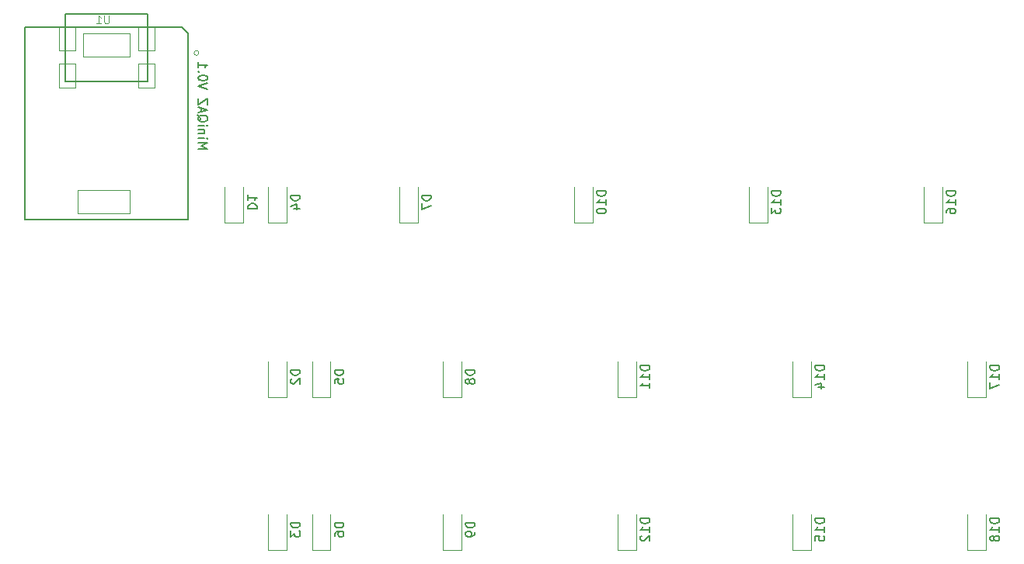
<source format=gbr>
%TF.GenerationSoftware,KiCad,Pcbnew,5.1.9*%
%TF.CreationDate,2021-04-22T00:58:07+02:00*%
%TF.ProjectId,miniqaz,6d696e69-7161-47a2-9e6b-696361645f70,rev?*%
%TF.SameCoordinates,Original*%
%TF.FileFunction,Legend,Bot*%
%TF.FilePolarity,Positive*%
%FSLAX46Y46*%
G04 Gerber Fmt 4.6, Leading zero omitted, Abs format (unit mm)*
G04 Created by KiCad (PCBNEW 5.1.9) date 2021-04-22 00:58:07*
%MOMM*%
%LPD*%
G01*
G04 APERTURE LIST*
%ADD10C,0.200000*%
%ADD11C,0.120000*%
%ADD12C,0.066040*%
%ADD13C,0.127000*%
%ADD14C,0.100000*%
%ADD15C,0.150000*%
%ADD16C,0.101600*%
G04 APERTURE END LIST*
D10*
X152897619Y-81671726D02*
X153897619Y-81671726D01*
X153183333Y-81338392D01*
X153897619Y-81005059D01*
X152897619Y-81005059D01*
X152897619Y-80528869D02*
X153564285Y-80528869D01*
X153897619Y-80528869D02*
X153850000Y-80576488D01*
X153802380Y-80528869D01*
X153850000Y-80481250D01*
X153897619Y-80528869D01*
X153802380Y-80528869D01*
X153564285Y-80052678D02*
X152897619Y-80052678D01*
X153469047Y-80052678D02*
X153516666Y-80005059D01*
X153564285Y-79909821D01*
X153564285Y-79766964D01*
X153516666Y-79671726D01*
X153421428Y-79624107D01*
X152897619Y-79624107D01*
X152897619Y-79147916D02*
X153564285Y-79147916D01*
X153897619Y-79147916D02*
X153850000Y-79195535D01*
X153802380Y-79147916D01*
X153850000Y-79100297D01*
X153897619Y-79147916D01*
X153802380Y-79147916D01*
X152802380Y-78005059D02*
X152850000Y-78100297D01*
X152945238Y-78195535D01*
X153088095Y-78338392D01*
X153135714Y-78433630D01*
X153135714Y-78528869D01*
X152897619Y-78481250D02*
X152945238Y-78576488D01*
X153040476Y-78671726D01*
X153230952Y-78719345D01*
X153564285Y-78719345D01*
X153754761Y-78671726D01*
X153850000Y-78576488D01*
X153897619Y-78481250D01*
X153897619Y-78290773D01*
X153850000Y-78195535D01*
X153754761Y-78100297D01*
X153564285Y-78052678D01*
X153230952Y-78052678D01*
X153040476Y-78100297D01*
X152945238Y-78195535D01*
X152897619Y-78290773D01*
X152897619Y-78481250D01*
X153183333Y-77671726D02*
X153183333Y-77195535D01*
X152897619Y-77766964D02*
X153897619Y-77433630D01*
X152897619Y-77100297D01*
X153897619Y-76862202D02*
X153897619Y-76195535D01*
X152897619Y-76862202D01*
X152897619Y-76195535D01*
X153897619Y-75195535D02*
X152897619Y-74862202D01*
X153897619Y-74528869D01*
X153897619Y-74005059D02*
X153897619Y-73909821D01*
X153850000Y-73814583D01*
X153802380Y-73766964D01*
X153707142Y-73719345D01*
X153516666Y-73671726D01*
X153278571Y-73671726D01*
X153088095Y-73719345D01*
X152992857Y-73766964D01*
X152945238Y-73814583D01*
X152897619Y-73909821D01*
X152897619Y-74005059D01*
X152945238Y-74100297D01*
X152992857Y-74147916D01*
X153088095Y-74195535D01*
X153278571Y-74243154D01*
X153516666Y-74243154D01*
X153707142Y-74195535D01*
X153802380Y-74147916D01*
X153850000Y-74100297D01*
X153897619Y-74005059D01*
X152992857Y-73243154D02*
X152945238Y-73195535D01*
X152897619Y-73243154D01*
X152945238Y-73290773D01*
X152992857Y-73243154D01*
X152897619Y-73243154D01*
X152897619Y-72243154D02*
X152897619Y-72814583D01*
X152897619Y-72528869D02*
X153897619Y-72528869D01*
X153754761Y-72624107D01*
X153659523Y-72719345D01*
X153611904Y-72814583D01*
D11*
%TO.C,D1*%
X157762500Y-89756250D02*
X157762500Y-85856250D01*
X155762500Y-89756250D02*
X155762500Y-85856250D01*
X157762500Y-89756250D02*
X155762500Y-89756250D01*
D12*
%TO.C,U1*%
X145450000Y-71620000D02*
X140370000Y-71620000D01*
X140370000Y-71620000D02*
X140370000Y-69080000D01*
X145450000Y-69080000D02*
X140370000Y-69080000D01*
X145450000Y-71620000D02*
X145450000Y-69080000D01*
X145450000Y-88765000D02*
X139735000Y-88765000D01*
X139735000Y-88765000D02*
X139735000Y-86225000D01*
X145450000Y-86225000D02*
X139735000Y-86225000D01*
X145450000Y-88765000D02*
X145450000Y-86225000D01*
X148117000Y-70985000D02*
X146339000Y-70985000D01*
X146339000Y-70985000D02*
X146339000Y-68318000D01*
X148117000Y-68318000D02*
X146339000Y-68318000D01*
X148117000Y-70985000D02*
X148117000Y-68318000D01*
X148117000Y-75051540D02*
X146339000Y-75051540D01*
X146339000Y-75051540D02*
X146339000Y-72382000D01*
X148117000Y-72382000D02*
X146339000Y-72382000D01*
X148117000Y-75051540D02*
X148117000Y-72382000D01*
X139481000Y-75051540D02*
X137703000Y-75051540D01*
X137703000Y-75051540D02*
X137703000Y-72382000D01*
X139481000Y-72382000D02*
X137703000Y-72382000D01*
X139481000Y-75051540D02*
X139481000Y-72382000D01*
X139481000Y-70985000D02*
X137703000Y-70985000D01*
X137703000Y-70985000D02*
X137703000Y-68318000D01*
X139481000Y-68318000D02*
X137703000Y-68318000D01*
X139481000Y-70985000D02*
X139481000Y-68318000D01*
D13*
X151800000Y-89400000D02*
X134002220Y-89400000D01*
X134002220Y-89400000D02*
X134002220Y-68401820D01*
X134002220Y-68401820D02*
X151129440Y-68401820D01*
X151129440Y-68401820D02*
X151800000Y-69072380D01*
X151800000Y-69072380D02*
X151800000Y-89400000D01*
X147400720Y-66976880D02*
X138406580Y-66976880D01*
X138406580Y-66976880D02*
X138406580Y-74330180D01*
X138406580Y-74330180D02*
X147405800Y-74330180D01*
X147405800Y-74330180D02*
X147405800Y-66976880D01*
D14*
X152943000Y-71239000D02*
G75*
G03*
X152943000Y-71239000I-254000J0D01*
G01*
D11*
%TO.C,D18*%
X238725000Y-125475000D02*
X238725000Y-121575000D01*
X236725000Y-125475000D02*
X236725000Y-121575000D01*
X238725000Y-125475000D02*
X236725000Y-125475000D01*
%TO.C,D17*%
X238725000Y-108806250D02*
X238725000Y-104906250D01*
X236725000Y-108806250D02*
X236725000Y-104906250D01*
X238725000Y-108806250D02*
X236725000Y-108806250D01*
%TO.C,D16*%
X233962500Y-89756250D02*
X233962500Y-85856250D01*
X231962500Y-89756250D02*
X231962500Y-85856250D01*
X233962500Y-89756250D02*
X231962500Y-89756250D01*
%TO.C,D15*%
X219675000Y-125475000D02*
X219675000Y-121575000D01*
X217675000Y-125475000D02*
X217675000Y-121575000D01*
X219675000Y-125475000D02*
X217675000Y-125475000D01*
%TO.C,D14*%
X219675000Y-108806250D02*
X219675000Y-104906250D01*
X217675000Y-108806250D02*
X217675000Y-104906250D01*
X219675000Y-108806250D02*
X217675000Y-108806250D01*
%TO.C,D13*%
X214912500Y-89756250D02*
X214912500Y-85856250D01*
X212912500Y-89756250D02*
X212912500Y-85856250D01*
X214912500Y-89756250D02*
X212912500Y-89756250D01*
%TO.C,D12*%
X200625000Y-125475000D02*
X200625000Y-121575000D01*
X198625000Y-125475000D02*
X198625000Y-121575000D01*
X200625000Y-125475000D02*
X198625000Y-125475000D01*
%TO.C,D11*%
X200625000Y-108806250D02*
X200625000Y-104906250D01*
X198625000Y-108806250D02*
X198625000Y-104906250D01*
X200625000Y-108806250D02*
X198625000Y-108806250D01*
%TO.C,D10*%
X195862500Y-89756250D02*
X195862500Y-85856250D01*
X193862500Y-89756250D02*
X193862500Y-85856250D01*
X195862500Y-89756250D02*
X193862500Y-89756250D01*
%TO.C,D9*%
X181575000Y-125475000D02*
X181575000Y-121575000D01*
X179575000Y-125475000D02*
X179575000Y-121575000D01*
X181575000Y-125475000D02*
X179575000Y-125475000D01*
%TO.C,D8*%
X181575000Y-108806250D02*
X181575000Y-104906250D01*
X179575000Y-108806250D02*
X179575000Y-104906250D01*
X181575000Y-108806250D02*
X179575000Y-108806250D01*
%TO.C,D7*%
X176812500Y-89756250D02*
X176812500Y-85856250D01*
X174812500Y-89756250D02*
X174812500Y-85856250D01*
X176812500Y-89756250D02*
X174812500Y-89756250D01*
%TO.C,D6*%
X167287500Y-125475000D02*
X167287500Y-121575000D01*
X165287500Y-125475000D02*
X165287500Y-121575000D01*
X167287500Y-125475000D02*
X165287500Y-125475000D01*
%TO.C,D5*%
X167287500Y-108806250D02*
X167287500Y-104906250D01*
X165287500Y-108806250D02*
X165287500Y-104906250D01*
X167287500Y-108806250D02*
X165287500Y-108806250D01*
%TO.C,D4*%
X162525000Y-89756250D02*
X162525000Y-85856250D01*
X160525000Y-89756250D02*
X160525000Y-85856250D01*
X162525000Y-89756250D02*
X160525000Y-89756250D01*
%TO.C,D3*%
X162525000Y-125475000D02*
X162525000Y-121575000D01*
X160525000Y-125475000D02*
X160525000Y-121575000D01*
X162525000Y-125475000D02*
X160525000Y-125475000D01*
%TO.C,D2*%
X162525000Y-108806250D02*
X162525000Y-104906250D01*
X160525000Y-108806250D02*
X160525000Y-104906250D01*
X162525000Y-108806250D02*
X160525000Y-108806250D01*
%TO.C,D1*%
D15*
X158310119Y-88244345D02*
X159310119Y-88244345D01*
X159310119Y-88006250D01*
X159262500Y-87863392D01*
X159167261Y-87768154D01*
X159072023Y-87720535D01*
X158881547Y-87672916D01*
X158738690Y-87672916D01*
X158548214Y-87720535D01*
X158452976Y-87768154D01*
X158357738Y-87863392D01*
X158310119Y-88006250D01*
X158310119Y-88244345D01*
X158310119Y-86720535D02*
X158310119Y-87291964D01*
X158310119Y-87006250D02*
X159310119Y-87006250D01*
X159167261Y-87101488D01*
X159072023Y-87196726D01*
X159024404Y-87291964D01*
%TO.C,U1*%
D16*
X143142833Y-67132666D02*
X143142833Y-67852333D01*
X143100500Y-67937000D01*
X143058166Y-67979333D01*
X142973500Y-68021666D01*
X142804166Y-68021666D01*
X142719500Y-67979333D01*
X142677166Y-67937000D01*
X142634833Y-67852333D01*
X142634833Y-67132666D01*
X141745833Y-68021666D02*
X142253833Y-68021666D01*
X141999833Y-68021666D02*
X141999833Y-67132666D01*
X142084500Y-67259666D01*
X142169166Y-67344333D01*
X142253833Y-67386666D01*
%TO.C,D18*%
D15*
X240177380Y-122010714D02*
X239177380Y-122010714D01*
X239177380Y-122248809D01*
X239225000Y-122391666D01*
X239320238Y-122486904D01*
X239415476Y-122534523D01*
X239605952Y-122582142D01*
X239748809Y-122582142D01*
X239939285Y-122534523D01*
X240034523Y-122486904D01*
X240129761Y-122391666D01*
X240177380Y-122248809D01*
X240177380Y-122010714D01*
X240177380Y-123534523D02*
X240177380Y-122963095D01*
X240177380Y-123248809D02*
X239177380Y-123248809D01*
X239320238Y-123153571D01*
X239415476Y-123058333D01*
X239463095Y-122963095D01*
X239605952Y-124105952D02*
X239558333Y-124010714D01*
X239510714Y-123963095D01*
X239415476Y-123915476D01*
X239367857Y-123915476D01*
X239272619Y-123963095D01*
X239225000Y-124010714D01*
X239177380Y-124105952D01*
X239177380Y-124296428D01*
X239225000Y-124391666D01*
X239272619Y-124439285D01*
X239367857Y-124486904D01*
X239415476Y-124486904D01*
X239510714Y-124439285D01*
X239558333Y-124391666D01*
X239605952Y-124296428D01*
X239605952Y-124105952D01*
X239653571Y-124010714D01*
X239701190Y-123963095D01*
X239796428Y-123915476D01*
X239986904Y-123915476D01*
X240082142Y-123963095D01*
X240129761Y-124010714D01*
X240177380Y-124105952D01*
X240177380Y-124296428D01*
X240129761Y-124391666D01*
X240082142Y-124439285D01*
X239986904Y-124486904D01*
X239796428Y-124486904D01*
X239701190Y-124439285D01*
X239653571Y-124391666D01*
X239605952Y-124296428D01*
%TO.C,D17*%
X240177380Y-105341964D02*
X239177380Y-105341964D01*
X239177380Y-105580059D01*
X239225000Y-105722916D01*
X239320238Y-105818154D01*
X239415476Y-105865773D01*
X239605952Y-105913392D01*
X239748809Y-105913392D01*
X239939285Y-105865773D01*
X240034523Y-105818154D01*
X240129761Y-105722916D01*
X240177380Y-105580059D01*
X240177380Y-105341964D01*
X240177380Y-106865773D02*
X240177380Y-106294345D01*
X240177380Y-106580059D02*
X239177380Y-106580059D01*
X239320238Y-106484821D01*
X239415476Y-106389583D01*
X239463095Y-106294345D01*
X239177380Y-107199107D02*
X239177380Y-107865773D01*
X240177380Y-107437202D01*
%TO.C,D16*%
X235414880Y-86291964D02*
X234414880Y-86291964D01*
X234414880Y-86530059D01*
X234462500Y-86672916D01*
X234557738Y-86768154D01*
X234652976Y-86815773D01*
X234843452Y-86863392D01*
X234986309Y-86863392D01*
X235176785Y-86815773D01*
X235272023Y-86768154D01*
X235367261Y-86672916D01*
X235414880Y-86530059D01*
X235414880Y-86291964D01*
X235414880Y-87815773D02*
X235414880Y-87244345D01*
X235414880Y-87530059D02*
X234414880Y-87530059D01*
X234557738Y-87434821D01*
X234652976Y-87339583D01*
X234700595Y-87244345D01*
X234414880Y-88672916D02*
X234414880Y-88482440D01*
X234462500Y-88387202D01*
X234510119Y-88339583D01*
X234652976Y-88244345D01*
X234843452Y-88196726D01*
X235224404Y-88196726D01*
X235319642Y-88244345D01*
X235367261Y-88291964D01*
X235414880Y-88387202D01*
X235414880Y-88577678D01*
X235367261Y-88672916D01*
X235319642Y-88720535D01*
X235224404Y-88768154D01*
X234986309Y-88768154D01*
X234891071Y-88720535D01*
X234843452Y-88672916D01*
X234795833Y-88577678D01*
X234795833Y-88387202D01*
X234843452Y-88291964D01*
X234891071Y-88244345D01*
X234986309Y-88196726D01*
%TO.C,D15*%
X221127380Y-122010714D02*
X220127380Y-122010714D01*
X220127380Y-122248809D01*
X220175000Y-122391666D01*
X220270238Y-122486904D01*
X220365476Y-122534523D01*
X220555952Y-122582142D01*
X220698809Y-122582142D01*
X220889285Y-122534523D01*
X220984523Y-122486904D01*
X221079761Y-122391666D01*
X221127380Y-122248809D01*
X221127380Y-122010714D01*
X221127380Y-123534523D02*
X221127380Y-122963095D01*
X221127380Y-123248809D02*
X220127380Y-123248809D01*
X220270238Y-123153571D01*
X220365476Y-123058333D01*
X220413095Y-122963095D01*
X220127380Y-124439285D02*
X220127380Y-123963095D01*
X220603571Y-123915476D01*
X220555952Y-123963095D01*
X220508333Y-124058333D01*
X220508333Y-124296428D01*
X220555952Y-124391666D01*
X220603571Y-124439285D01*
X220698809Y-124486904D01*
X220936904Y-124486904D01*
X221032142Y-124439285D01*
X221079761Y-124391666D01*
X221127380Y-124296428D01*
X221127380Y-124058333D01*
X221079761Y-123963095D01*
X221032142Y-123915476D01*
%TO.C,D14*%
X221127380Y-105341964D02*
X220127380Y-105341964D01*
X220127380Y-105580059D01*
X220175000Y-105722916D01*
X220270238Y-105818154D01*
X220365476Y-105865773D01*
X220555952Y-105913392D01*
X220698809Y-105913392D01*
X220889285Y-105865773D01*
X220984523Y-105818154D01*
X221079761Y-105722916D01*
X221127380Y-105580059D01*
X221127380Y-105341964D01*
X221127380Y-106865773D02*
X221127380Y-106294345D01*
X221127380Y-106580059D02*
X220127380Y-106580059D01*
X220270238Y-106484821D01*
X220365476Y-106389583D01*
X220413095Y-106294345D01*
X220460714Y-107722916D02*
X221127380Y-107722916D01*
X220079761Y-107484821D02*
X220794047Y-107246726D01*
X220794047Y-107865773D01*
%TO.C,D13*%
X216364880Y-86291964D02*
X215364880Y-86291964D01*
X215364880Y-86530059D01*
X215412500Y-86672916D01*
X215507738Y-86768154D01*
X215602976Y-86815773D01*
X215793452Y-86863392D01*
X215936309Y-86863392D01*
X216126785Y-86815773D01*
X216222023Y-86768154D01*
X216317261Y-86672916D01*
X216364880Y-86530059D01*
X216364880Y-86291964D01*
X216364880Y-87815773D02*
X216364880Y-87244345D01*
X216364880Y-87530059D02*
X215364880Y-87530059D01*
X215507738Y-87434821D01*
X215602976Y-87339583D01*
X215650595Y-87244345D01*
X215364880Y-88149107D02*
X215364880Y-88768154D01*
X215745833Y-88434821D01*
X215745833Y-88577678D01*
X215793452Y-88672916D01*
X215841071Y-88720535D01*
X215936309Y-88768154D01*
X216174404Y-88768154D01*
X216269642Y-88720535D01*
X216317261Y-88672916D01*
X216364880Y-88577678D01*
X216364880Y-88291964D01*
X216317261Y-88196726D01*
X216269642Y-88149107D01*
%TO.C,D12*%
X202077380Y-122010714D02*
X201077380Y-122010714D01*
X201077380Y-122248809D01*
X201125000Y-122391666D01*
X201220238Y-122486904D01*
X201315476Y-122534523D01*
X201505952Y-122582142D01*
X201648809Y-122582142D01*
X201839285Y-122534523D01*
X201934523Y-122486904D01*
X202029761Y-122391666D01*
X202077380Y-122248809D01*
X202077380Y-122010714D01*
X202077380Y-123534523D02*
X202077380Y-122963095D01*
X202077380Y-123248809D02*
X201077380Y-123248809D01*
X201220238Y-123153571D01*
X201315476Y-123058333D01*
X201363095Y-122963095D01*
X201172619Y-123915476D02*
X201125000Y-123963095D01*
X201077380Y-124058333D01*
X201077380Y-124296428D01*
X201125000Y-124391666D01*
X201172619Y-124439285D01*
X201267857Y-124486904D01*
X201363095Y-124486904D01*
X201505952Y-124439285D01*
X202077380Y-123867857D01*
X202077380Y-124486904D01*
%TO.C,D11*%
X202077380Y-105341964D02*
X201077380Y-105341964D01*
X201077380Y-105580059D01*
X201125000Y-105722916D01*
X201220238Y-105818154D01*
X201315476Y-105865773D01*
X201505952Y-105913392D01*
X201648809Y-105913392D01*
X201839285Y-105865773D01*
X201934523Y-105818154D01*
X202029761Y-105722916D01*
X202077380Y-105580059D01*
X202077380Y-105341964D01*
X202077380Y-106865773D02*
X202077380Y-106294345D01*
X202077380Y-106580059D02*
X201077380Y-106580059D01*
X201220238Y-106484821D01*
X201315476Y-106389583D01*
X201363095Y-106294345D01*
X202077380Y-107818154D02*
X202077380Y-107246726D01*
X202077380Y-107532440D02*
X201077380Y-107532440D01*
X201220238Y-107437202D01*
X201315476Y-107341964D01*
X201363095Y-107246726D01*
%TO.C,D10*%
X197314880Y-86291964D02*
X196314880Y-86291964D01*
X196314880Y-86530059D01*
X196362500Y-86672916D01*
X196457738Y-86768154D01*
X196552976Y-86815773D01*
X196743452Y-86863392D01*
X196886309Y-86863392D01*
X197076785Y-86815773D01*
X197172023Y-86768154D01*
X197267261Y-86672916D01*
X197314880Y-86530059D01*
X197314880Y-86291964D01*
X197314880Y-87815773D02*
X197314880Y-87244345D01*
X197314880Y-87530059D02*
X196314880Y-87530059D01*
X196457738Y-87434821D01*
X196552976Y-87339583D01*
X196600595Y-87244345D01*
X196314880Y-88434821D02*
X196314880Y-88530059D01*
X196362500Y-88625297D01*
X196410119Y-88672916D01*
X196505357Y-88720535D01*
X196695833Y-88768154D01*
X196933928Y-88768154D01*
X197124404Y-88720535D01*
X197219642Y-88672916D01*
X197267261Y-88625297D01*
X197314880Y-88530059D01*
X197314880Y-88434821D01*
X197267261Y-88339583D01*
X197219642Y-88291964D01*
X197124404Y-88244345D01*
X196933928Y-88196726D01*
X196695833Y-88196726D01*
X196505357Y-88244345D01*
X196410119Y-88291964D01*
X196362500Y-88339583D01*
X196314880Y-88434821D01*
%TO.C,D9*%
X183027380Y-122486904D02*
X182027380Y-122486904D01*
X182027380Y-122725000D01*
X182075000Y-122867857D01*
X182170238Y-122963095D01*
X182265476Y-123010714D01*
X182455952Y-123058333D01*
X182598809Y-123058333D01*
X182789285Y-123010714D01*
X182884523Y-122963095D01*
X182979761Y-122867857D01*
X183027380Y-122725000D01*
X183027380Y-122486904D01*
X183027380Y-123534523D02*
X183027380Y-123725000D01*
X182979761Y-123820238D01*
X182932142Y-123867857D01*
X182789285Y-123963095D01*
X182598809Y-124010714D01*
X182217857Y-124010714D01*
X182122619Y-123963095D01*
X182075000Y-123915476D01*
X182027380Y-123820238D01*
X182027380Y-123629761D01*
X182075000Y-123534523D01*
X182122619Y-123486904D01*
X182217857Y-123439285D01*
X182455952Y-123439285D01*
X182551190Y-123486904D01*
X182598809Y-123534523D01*
X182646428Y-123629761D01*
X182646428Y-123820238D01*
X182598809Y-123915476D01*
X182551190Y-123963095D01*
X182455952Y-124010714D01*
%TO.C,D8*%
X183027380Y-105818154D02*
X182027380Y-105818154D01*
X182027380Y-106056250D01*
X182075000Y-106199107D01*
X182170238Y-106294345D01*
X182265476Y-106341964D01*
X182455952Y-106389583D01*
X182598809Y-106389583D01*
X182789285Y-106341964D01*
X182884523Y-106294345D01*
X182979761Y-106199107D01*
X183027380Y-106056250D01*
X183027380Y-105818154D01*
X182455952Y-106961011D02*
X182408333Y-106865773D01*
X182360714Y-106818154D01*
X182265476Y-106770535D01*
X182217857Y-106770535D01*
X182122619Y-106818154D01*
X182075000Y-106865773D01*
X182027380Y-106961011D01*
X182027380Y-107151488D01*
X182075000Y-107246726D01*
X182122619Y-107294345D01*
X182217857Y-107341964D01*
X182265476Y-107341964D01*
X182360714Y-107294345D01*
X182408333Y-107246726D01*
X182455952Y-107151488D01*
X182455952Y-106961011D01*
X182503571Y-106865773D01*
X182551190Y-106818154D01*
X182646428Y-106770535D01*
X182836904Y-106770535D01*
X182932142Y-106818154D01*
X182979761Y-106865773D01*
X183027380Y-106961011D01*
X183027380Y-107151488D01*
X182979761Y-107246726D01*
X182932142Y-107294345D01*
X182836904Y-107341964D01*
X182646428Y-107341964D01*
X182551190Y-107294345D01*
X182503571Y-107246726D01*
X182455952Y-107151488D01*
%TO.C,D7*%
X178264880Y-86768154D02*
X177264880Y-86768154D01*
X177264880Y-87006250D01*
X177312500Y-87149107D01*
X177407738Y-87244345D01*
X177502976Y-87291964D01*
X177693452Y-87339583D01*
X177836309Y-87339583D01*
X178026785Y-87291964D01*
X178122023Y-87244345D01*
X178217261Y-87149107D01*
X178264880Y-87006250D01*
X178264880Y-86768154D01*
X177264880Y-87672916D02*
X177264880Y-88339583D01*
X178264880Y-87911011D01*
%TO.C,D6*%
X168739880Y-122486904D02*
X167739880Y-122486904D01*
X167739880Y-122725000D01*
X167787500Y-122867857D01*
X167882738Y-122963095D01*
X167977976Y-123010714D01*
X168168452Y-123058333D01*
X168311309Y-123058333D01*
X168501785Y-123010714D01*
X168597023Y-122963095D01*
X168692261Y-122867857D01*
X168739880Y-122725000D01*
X168739880Y-122486904D01*
X167739880Y-123915476D02*
X167739880Y-123725000D01*
X167787500Y-123629761D01*
X167835119Y-123582142D01*
X167977976Y-123486904D01*
X168168452Y-123439285D01*
X168549404Y-123439285D01*
X168644642Y-123486904D01*
X168692261Y-123534523D01*
X168739880Y-123629761D01*
X168739880Y-123820238D01*
X168692261Y-123915476D01*
X168644642Y-123963095D01*
X168549404Y-124010714D01*
X168311309Y-124010714D01*
X168216071Y-123963095D01*
X168168452Y-123915476D01*
X168120833Y-123820238D01*
X168120833Y-123629761D01*
X168168452Y-123534523D01*
X168216071Y-123486904D01*
X168311309Y-123439285D01*
%TO.C,D5*%
X168739880Y-105818154D02*
X167739880Y-105818154D01*
X167739880Y-106056250D01*
X167787500Y-106199107D01*
X167882738Y-106294345D01*
X167977976Y-106341964D01*
X168168452Y-106389583D01*
X168311309Y-106389583D01*
X168501785Y-106341964D01*
X168597023Y-106294345D01*
X168692261Y-106199107D01*
X168739880Y-106056250D01*
X168739880Y-105818154D01*
X167739880Y-107294345D02*
X167739880Y-106818154D01*
X168216071Y-106770535D01*
X168168452Y-106818154D01*
X168120833Y-106913392D01*
X168120833Y-107151488D01*
X168168452Y-107246726D01*
X168216071Y-107294345D01*
X168311309Y-107341964D01*
X168549404Y-107341964D01*
X168644642Y-107294345D01*
X168692261Y-107246726D01*
X168739880Y-107151488D01*
X168739880Y-106913392D01*
X168692261Y-106818154D01*
X168644642Y-106770535D01*
%TO.C,D4*%
X163977380Y-86768154D02*
X162977380Y-86768154D01*
X162977380Y-87006250D01*
X163025000Y-87149107D01*
X163120238Y-87244345D01*
X163215476Y-87291964D01*
X163405952Y-87339583D01*
X163548809Y-87339583D01*
X163739285Y-87291964D01*
X163834523Y-87244345D01*
X163929761Y-87149107D01*
X163977380Y-87006250D01*
X163977380Y-86768154D01*
X163310714Y-88196726D02*
X163977380Y-88196726D01*
X162929761Y-87958630D02*
X163644047Y-87720535D01*
X163644047Y-88339583D01*
%TO.C,D3*%
X163977380Y-122486904D02*
X162977380Y-122486904D01*
X162977380Y-122725000D01*
X163025000Y-122867857D01*
X163120238Y-122963095D01*
X163215476Y-123010714D01*
X163405952Y-123058333D01*
X163548809Y-123058333D01*
X163739285Y-123010714D01*
X163834523Y-122963095D01*
X163929761Y-122867857D01*
X163977380Y-122725000D01*
X163977380Y-122486904D01*
X162977380Y-123391666D02*
X162977380Y-124010714D01*
X163358333Y-123677380D01*
X163358333Y-123820238D01*
X163405952Y-123915476D01*
X163453571Y-123963095D01*
X163548809Y-124010714D01*
X163786904Y-124010714D01*
X163882142Y-123963095D01*
X163929761Y-123915476D01*
X163977380Y-123820238D01*
X163977380Y-123534523D01*
X163929761Y-123439285D01*
X163882142Y-123391666D01*
%TO.C,D2*%
X163977380Y-105818154D02*
X162977380Y-105818154D01*
X162977380Y-106056250D01*
X163025000Y-106199107D01*
X163120238Y-106294345D01*
X163215476Y-106341964D01*
X163405952Y-106389583D01*
X163548809Y-106389583D01*
X163739285Y-106341964D01*
X163834523Y-106294345D01*
X163929761Y-106199107D01*
X163977380Y-106056250D01*
X163977380Y-105818154D01*
X163072619Y-106770535D02*
X163025000Y-106818154D01*
X162977380Y-106913392D01*
X162977380Y-107151488D01*
X163025000Y-107246726D01*
X163072619Y-107294345D01*
X163167857Y-107341964D01*
X163263095Y-107341964D01*
X163405952Y-107294345D01*
X163977380Y-106722916D01*
X163977380Y-107341964D01*
%TD*%
M02*

</source>
